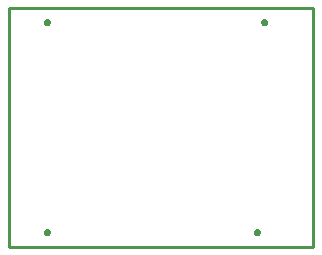
<source format=gbr>
G04 EAGLE Gerber RS-274X export*
G75*
%MOMM*%
%FSLAX34Y34*%
%LPD*%
%IN*%
%IPPOS*%
%AMOC8*
5,1,8,0,0,1.08239X$1,22.5*%
G01*
%ADD10C,0.254000*%


D10*
X0Y0D02*
X257050Y0D01*
X257050Y203100D01*
X0Y203100D01*
X0Y0D01*
X33500Y12528D02*
X33433Y12190D01*
X33301Y11871D01*
X33109Y11584D01*
X32866Y11341D01*
X32579Y11149D01*
X32260Y11017D01*
X31922Y10950D01*
X31578Y10950D01*
X31240Y11017D01*
X30921Y11149D01*
X30634Y11341D01*
X30391Y11584D01*
X30199Y11871D01*
X30067Y12190D01*
X30000Y12528D01*
X30000Y12872D01*
X30067Y13210D01*
X30199Y13529D01*
X30391Y13816D01*
X30634Y14059D01*
X30921Y14251D01*
X31240Y14383D01*
X31578Y14450D01*
X31922Y14450D01*
X32260Y14383D01*
X32579Y14251D01*
X32866Y14059D01*
X33109Y13816D01*
X33301Y13529D01*
X33433Y13210D01*
X33500Y12872D01*
X33500Y12528D01*
X33500Y190328D02*
X33433Y189990D01*
X33301Y189671D01*
X33109Y189384D01*
X32866Y189141D01*
X32579Y188949D01*
X32260Y188817D01*
X31922Y188750D01*
X31578Y188750D01*
X31240Y188817D01*
X30921Y188949D01*
X30634Y189141D01*
X30391Y189384D01*
X30199Y189671D01*
X30067Y189990D01*
X30000Y190328D01*
X30000Y190672D01*
X30067Y191010D01*
X30199Y191329D01*
X30391Y191616D01*
X30634Y191859D01*
X30921Y192051D01*
X31240Y192183D01*
X31578Y192250D01*
X31922Y192250D01*
X32260Y192183D01*
X32579Y192051D01*
X32866Y191859D01*
X33109Y191616D01*
X33301Y191329D01*
X33433Y191010D01*
X33500Y190672D01*
X33500Y190328D01*
X211300Y12528D02*
X211233Y12190D01*
X211101Y11871D01*
X210909Y11584D01*
X210666Y11341D01*
X210379Y11149D01*
X210060Y11017D01*
X209722Y10950D01*
X209378Y10950D01*
X209040Y11017D01*
X208721Y11149D01*
X208434Y11341D01*
X208191Y11584D01*
X207999Y11871D01*
X207867Y12190D01*
X207800Y12528D01*
X207800Y12872D01*
X207867Y13210D01*
X207999Y13529D01*
X208191Y13816D01*
X208434Y14059D01*
X208721Y14251D01*
X209040Y14383D01*
X209378Y14450D01*
X209722Y14450D01*
X210060Y14383D01*
X210379Y14251D01*
X210666Y14059D01*
X210909Y13816D01*
X211101Y13529D01*
X211233Y13210D01*
X211300Y12872D01*
X211300Y12528D01*
X217650Y190328D02*
X217583Y189990D01*
X217451Y189671D01*
X217259Y189384D01*
X217016Y189141D01*
X216729Y188949D01*
X216410Y188817D01*
X216072Y188750D01*
X215728Y188750D01*
X215390Y188817D01*
X215071Y188949D01*
X214784Y189141D01*
X214541Y189384D01*
X214349Y189671D01*
X214217Y189990D01*
X214150Y190328D01*
X214150Y190672D01*
X214217Y191010D01*
X214349Y191329D01*
X214541Y191616D01*
X214784Y191859D01*
X215071Y192051D01*
X215390Y192183D01*
X215728Y192250D01*
X216072Y192250D01*
X216410Y192183D01*
X216729Y192051D01*
X217016Y191859D01*
X217259Y191616D01*
X217451Y191329D01*
X217583Y191010D01*
X217650Y190672D01*
X217650Y190328D01*
M02*

</source>
